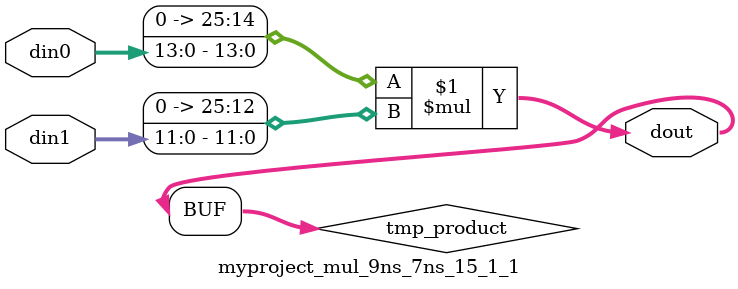
<source format=v>

`timescale 1 ns / 1 ps

 module myproject_mul_9ns_7ns_15_1_1(din0, din1, dout);
parameter ID = 1;
parameter NUM_STAGE = 0;
parameter din0_WIDTH = 14;
parameter din1_WIDTH = 12;
parameter dout_WIDTH = 26;

input [din0_WIDTH - 1 : 0] din0; 
input [din1_WIDTH - 1 : 0] din1; 
output [dout_WIDTH - 1 : 0] dout;

wire signed [dout_WIDTH - 1 : 0] tmp_product;
























assign tmp_product = $signed({1'b0, din0}) * $signed({1'b0, din1});











assign dout = tmp_product;





















endmodule

</source>
